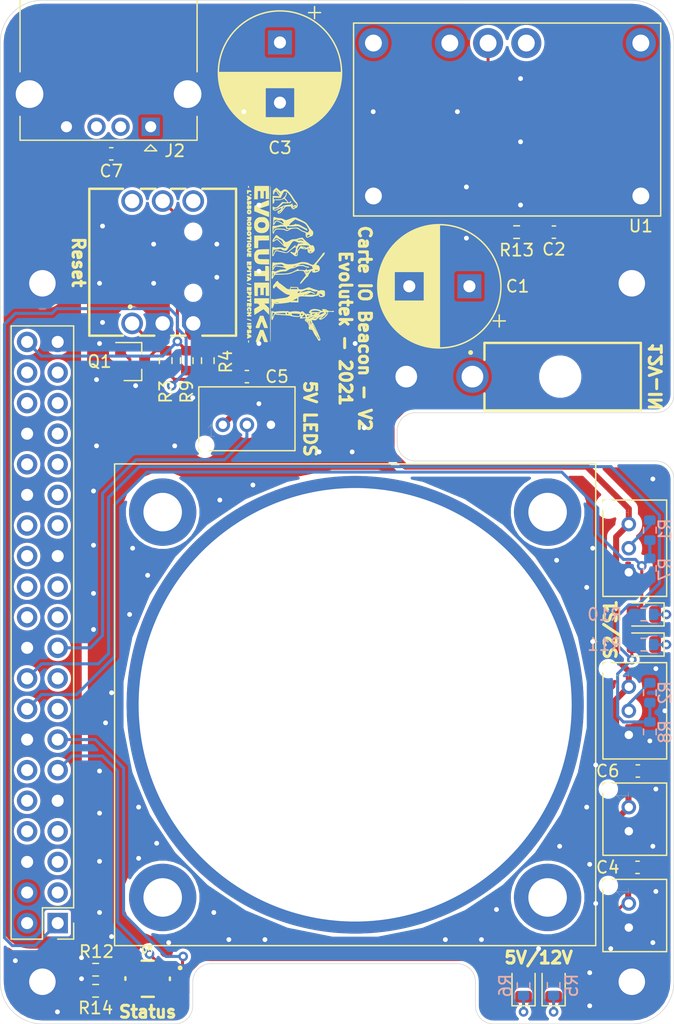
<source format=kicad_pcb>
(kicad_pcb (version 20171130) (host pcbnew "(5.1.8)-1")
  (layers (0 F.Cu signal hide) (31 B.Cu signal hide) (34 B.Paste user) (35 F.Paste user) (36 B.SilkS user) (37 F.SilkS user) (38 B.Mask user) (39 F.Mask user) (44 Edge.Cuts user))
  (net 0 "")
  (net 1 GND)
  (net 2 +12V)
  (net 3 +5V)
  (net 4 "Net-(D1-Pad1)")
  (net 5 "Net-(D2-Pad1)")
  (net 6 /SENSOR1)
  (net 7 "Net-(D3-Pad1)")
  (net 8 "Net-(D4-Pad1)")
  (net 9 /SENSOR2)
  (net 10 "Net-(D5-Pad4)")
  (net 11 /LGREEN)
  (net 12 /LRED)
  (net 13 "Net-(D5-Pad3)")
  (net 14 /~RST)
  (net 15 +3V3)
  (net 16 /LEDS)
  (net 17 "Net-(Q1-Pad1)")
  (net 18 "Net-(Q1-Pad3)")
  (net 19 "Net-(R1-Pad1)")
  (net 20 "Net-(R2-Pad1)")
  (net 21 "Net-(R13-Pad1)")
  (module ComponentsEvo:Texas_EUW_R-PDSS-T7_THT (layer F.Cu) (at 100.25 57.25 180)
    (fp_text reference U1 (at 0 -2.5) (layer F.SilkS))
    (fp_text value PTN78060W_EUW-7)
    (pad 7 thru_hole circle (at 22.23 0 180) (size 2.5 2.5) (drill 1.4) (layers *.Cu *.Mask) (net 1 GND))
    (pad 6 thru_hole circle (at 22.23 12.7 180) (size 2.5 2.5) (drill 1.4) (layers *.Cu *.Mask) (net 3 +5V))
    (pad 5 thru_hole circle (at 15.88 12.7 180) (size 2.5 2.5) (drill 1.4) (layers *.Cu *.Mask) (net 3 +5V))
    (pad 4 thru_hole circle (at 12.7 12.7 180) (size 2.5 2.5) (drill 1.4) (layers *.Cu *.Mask) (net 21 "Net-(R13-Pad1)"))
    (pad 1 thru_hole roundrect (at 0 0 180) (size 2.5 2.5) (drill 1.4) (layers *.Cu *.Mask) (net 1 GND))
    (pad 2 thru_hole circle (at 0 12.7 180) (size 2.5 2.5) (drill 1.4) (layers *.Cu *.Mask) (net 2 +12V))
    (pad 3 thru_hole circle (at 9.52 12.7 180) (size 2.5 2.5) (drill 1.4) (layers *.Cu *.Mask))
  )
  (module ComponentsEvo:USB_A_CONNFLY_DS1095-WNR0 (layer F.Cu) (at 59.5 51.5 180)
    (fp_text reference J2 (at -2 -2) (layer F.SilkS))
    (fp_text value USB_A)
    (pad 4 thru_hole circle (at 7 0 180) (size 1.524 1.524) (drill 0.92) (layers *.Cu *.Mask) (net 1 GND))
    (pad 3 thru_hole circle (at 4.5 0 180) (size 1.524 1.524) (drill 0.92) (layers *.Cu *.Mask))
    (pad 2 thru_hole circle (at 2.5 0 180) (size 1.524 1.524) (drill 0.92) (layers *.Cu *.Mask))
    (pad 1 thru_hole rect (at 0 0 180) (size 1.524 1.524) (drill 0.92) (layers *.Cu *.Mask) (net 3 +5V))
    (pad 5 thru_hole circle (at -3.07 2.71 180) (size 3.5 3.5) (drill 2.3) (layers *.Cu *.Mask) (net 1 GND))
    (pad 5 thru_hole circle (at 10.07 2.71 180) (size 3.5 3.5) (drill 2.3) (layers *.Cu *.Mask) (net 1 GND))
  )
  (module ComponentsEvo:logo-evo-min (layer F.Cu) (at 71.25 63 270)
    (fp_text reference G*** hide)
    (fp_text value LOGO hide)
  )
  (module ComponentsEvo:ShieldRaspberryPiWithOldHeader (layer F.Cu) (at 50.5 93.5)
    (fp_text reference J1 hide)
    (fp_text value Conn_02x20_Odd_Even)
    (pad 31 thru_hole oval (at 1.27 -13.97 180) (size 1.7 1.7) (drill 1) (layers *.Cu *.Mask))
    (pad 2 thru_hole oval (at -1.27 24.13 180) (size 1.7 1.7) (drill 1) (layers *.Cu *.Mask) (net 3 +5V))
    (pad 21 thru_hole oval (at 1.27 -1.27 180) (size 1.7 1.7) (drill 1) (layers *.Cu *.Mask))
    (pad 25 thru_hole oval (at 1.27 -6.35 180) (size 1.7 1.7) (drill 1) (layers *.Cu *.Mask) (net 1 GND))
    (pad 16 thru_hole oval (at -1.27 6.35 180) (size 1.7 1.7) (drill 1) (layers *.Cu *.Mask) (net 6 /SENSOR1))
    (pad 33 thru_hole oval (at 1.27 -16.51 180) (size 1.7 1.7) (drill 1) (layers *.Cu *.Mask))
    (pad 36 thru_hole oval (at -1.27 -19.05 180) (size 1.7 1.7) (drill 1) (layers *.Cu *.Mask))
    (pad 40 thru_hole oval (at -1.27 -24.13 180) (size 1.7 1.7) (drill 1) (layers *.Cu *.Mask) (net 14 /~RST))
    (pad 15 thru_hole oval (at 1.27 6.35 180) (size 1.7 1.7) (drill 1) (layers *.Cu *.Mask))
    (pad 13 thru_hole oval (at 1.27 8.89 180) (size 1.7 1.7) (drill 1) (layers *.Cu *.Mask) (net 11 /LGREEN))
    (pad 28 thru_hole oval (at -1.27 -8.89 180) (size 1.7 1.7) (drill 1) (layers *.Cu *.Mask))
    (pad 26 thru_hole oval (at -1.27 -6.35 180) (size 1.7 1.7) (drill 1) (layers *.Cu *.Mask))
    (pad 23 thru_hole oval (at 1.27 -3.81 180) (size 1.7 1.7) (drill 1) (layers *.Cu *.Mask))
    (pad 5 thru_hole oval (at 1.27 19.05 180) (size 1.7 1.7) (drill 1) (layers *.Cu *.Mask))
    (pad 7 thru_hole oval (at 1.27 16.51 180) (size 1.7 1.7) (drill 1) (layers *.Cu *.Mask))
    (pad 14 thru_hole oval (at -1.27 8.89 180) (size 1.7 1.7) (drill 1) (layers *.Cu *.Mask) (net 1 GND))
    (pad 18 thru_hole oval (at -1.27 3.81 180) (size 1.7 1.7) (drill 1) (layers *.Cu *.Mask) (net 9 /SENSOR2))
    (pad 8 thru_hole oval (at -1.27 16.51 180) (size 1.7 1.7) (drill 1) (layers *.Cu *.Mask))
    (pad 1 thru_hole rect (at 1.27 24.13 180) (size 1.7 1.7) (drill 1) (layers *.Cu *.Mask) (net 15 +3V3))
    (pad 11 thru_hole oval (at 1.27 11.43 180) (size 1.7 1.7) (drill 1) (layers *.Cu *.Mask) (net 12 /LRED))
    (pad 27 thru_hole oval (at 1.27 -8.89 180) (size 1.7 1.7) (drill 1) (layers *.Cu *.Mask))
    (pad 20 thru_hole oval (at -1.27 1.27 180) (size 1.7 1.7) (drill 1) (layers *.Cu *.Mask) (net 1 GND))
    (pad 9 thru_hole oval (at 1.27 13.97 180) (size 1.7 1.7) (drill 1) (layers *.Cu *.Mask) (net 1 GND))
    (pad 30 thru_hole oval (at -1.27 -11.43 180) (size 1.7 1.7) (drill 1) (layers *.Cu *.Mask) (net 1 GND))
    (pad 32 thru_hole oval (at -1.27 -13.97 180) (size 1.7 1.7) (drill 1) (layers *.Cu *.Mask))
    (pad 3 thru_hole oval (at 1.27 21.59 180) (size 1.7 1.7) (drill 1) (layers *.Cu *.Mask))
    (pad 12 thru_hole oval (at -1.27 11.43 180) (size 1.7 1.7) (drill 1) (layers *.Cu *.Mask))
    (pad 29 thru_hole oval (at 1.27 -11.43 180) (size 1.7 1.7) (drill 1) (layers *.Cu *.Mask))
    (pad 34 thru_hole oval (at -1.27 -16.51 180) (size 1.7 1.7) (drill 1) (layers *.Cu *.Mask) (net 1 GND))
    (pad 37 thru_hole oval (at 1.27 -21.59 180) (size 1.7 1.7) (drill 1) (layers *.Cu *.Mask))
    (pad 6 thru_hole oval (at -1.27 19.05 180) (size 1.7 1.7) (drill 1) (layers *.Cu *.Mask) (net 1 GND))
    (pad 22 thru_hole oval (at -1.27 -1.27 180) (size 1.7 1.7) (drill 1) (layers *.Cu *.Mask))
    (pad 38 thru_hole oval (at -1.27 -21.59 180) (size 1.7 1.7) (drill 1) (layers *.Cu *.Mask))
    (pad 39 thru_hole oval (at 1.27 -24.13 180) (size 1.7 1.7) (drill 1) (layers *.Cu *.Mask) (net 1 GND))
    (pad 35 thru_hole oval (at 1.27 -19.05 180) (size 1.7 1.7) (drill 1) (layers *.Cu *.Mask))
    (pad 24 thru_hole oval (at -1.27 -3.81 180) (size 1.7 1.7) (drill 1) (layers *.Cu *.Mask))
    (pad 4 thru_hole oval (at -1.27 21.59 180) (size 1.7 1.7) (drill 1) (layers *.Cu *.Mask) (net 3 +5V))
    (pad 10 thru_hole oval (at -1.27 13.97 180) (size 1.7 1.7) (drill 1) (layers *.Cu *.Mask))
    (pad 19 thru_hole oval (at 1.27 1.27 180) (size 1.7 1.7) (drill 1) (layers *.Cu *.Mask) (net 16 /LEDS))
    (pad 17 thru_hole oval (at 1.27 3.81 180) (size 1.7 1.7) (drill 1) (layers *.Cu *.Mask))
    (pad "" thru_hole circle (at 0 29) (size 3.8 3.8) (drill 2.2) (layers *.Cu *.Mask) (net 1 GND))
    (pad "" thru_hole circle (at 0 -29) (size 3.8 3.8) (drill 2.2) (layers *.Cu *.Mask) (net 1 GND))
    (pad "" thru_hole circle (at 49 -29) (size 3.8 3.8) (drill 2.2) (layers *.Cu *.Mask) (net 1 GND))
    (pad "" thru_hole circle (at 49 29) (size 3.8 3.8) (drill 2.2) (layers *.Cu *.Mask) (net 1 GND))
  )
  (module ComponentsEvo:40x40x10_DC_FAN (layer F.Cu) (at 76.5 99.5 270)
    (fp_text reference REF** hide)
    (fp_text value 40x40x10_DC_FAN)
    (pad "" np_thru_hole circle (at 0 0 270) (size 38 38) (drill 36) (layers *.Cu *.Mask))
    (pad "" np_thru_hole circle (at 16 -16 270) (size 5.6 5.6) (drill 3.2) (layers *.Cu *.Mask))
    (pad "" np_thru_hole circle (at -16 16 270) (size 5.6 5.6) (drill 3.2) (layers *.Cu *.Mask))
    (pad "" np_thru_hole circle (at 16 16 270) (size 5.6 5.6) (drill 3.2) (layers *.Cu *.Mask))
    (pad "" np_thru_hole circle (at -16 -16 270) (size 5.6 5.6) (drill 3.2) (layers *.Cu *.Mask))
  )
  (module ConnectorsEvo:649002227222 (layer F.Cu) (at 93.75 72.25 90)
    (fp_text reference 12V-Battery1 hide)
    (fp_text value Conn_01x02_Male)
    (pad None np_thru_hole circle (at 0 -0.2 90) (size 3 3) (drill 3) (layers *.Cu *.Mask))
    (pad 2 thru_hole circle (at 0 -13 90) (size 2.7 2.7) (drill 1.8) (layers *.Cu *.Mask) (net 1 GND))
    (pad 1 thru_hole circle (at 0 -7.5 90) (size 2.7 2.7) (drill 1.8) (layers *.Cu *.Mask) (net 2 +12V))
  )
  (module Capacitor_THT:CP_Radial_D10.0mm_P5.00mm (layer F.Cu) (at 86 64.75 180)
    (fp_text reference C1 (at -4 0) (layer F.SilkS))
    (fp_text value 330uF)
    (pad 1 thru_hole rect (at 0 0 180) (size 2 2) (drill 1) (layers *.Cu *.Mask) (net 2 +12V))
    (pad 2 thru_hole circle (at 5 0 180) (size 2 2) (drill 1) (layers *.Cu *.Mask) (net 1 GND))
  )
  (module Capacitor_SMD:C_0603_1608Metric (layer F.Cu) (at 93.025 60.25 180)
    (fp_text reference C2 (at 0 -1.43) (layer F.SilkS))
    (fp_text value 2.2uF)
    (pad 2 smd roundrect (at 0.775 0 180) (size 0.9 0.95) (layers F.Cu F.Paste F.Mask) (net 1 GND))
    (pad 1 smd roundrect (at -0.775 0 180) (size 0.9 0.95) (layers F.Cu F.Paste F.Mask) (net 2 +12V))
  )
  (module Capacitor_THT:CP_Radial_D10.0mm_P5.00mm (layer F.Cu) (at 70.25 44.5 270)
    (fp_text reference C3 (at 8.75 0 180) (layer F.SilkS))
    (fp_text value 330uF)
    (pad 2 thru_hole circle (at 5 0 270) (size 2 2) (drill 1) (layers *.Cu *.Mask) (net 1 GND))
    (pad 1 thru_hole rect (at 0 0 270) (size 2 2) (drill 1) (layers *.Cu *.Mask) (net 3 +5V))
  )
  (module Capacitor_SMD:C_0603_1608Metric (layer F.Cu) (at 99.975 113)
    (fp_text reference C4 (at -2.475 0) (layer F.SilkS))
    (fp_text value 1uF)
    (pad 1 smd roundrect (at -0.775 0) (size 0.9 0.95) (layers F.Cu F.Paste F.Mask) (net 2 +12V))
    (pad 2 smd roundrect (at 0.775 0) (size 0.9 0.95) (layers F.Cu F.Paste F.Mask) (net 1 GND))
  )
  (module Capacitor_SMD:C_0603_1608Metric (layer F.Cu) (at 67.5 72.25)
    (fp_text reference C5 (at 2.5 0) (layer F.SilkS))
    (fp_text value 1uF)
    (pad 1 smd roundrect (at -0.775 0) (size 0.9 0.95) (layers F.Cu F.Paste F.Mask) (net 3 +5V))
    (pad 2 smd roundrect (at 0.775 0) (size 0.9 0.95) (layers F.Cu F.Paste F.Mask) (net 1 GND))
  )
  (module Capacitor_SMD:C_0603_1608Metric (layer F.Cu) (at 100 105)
    (fp_text reference C6 (at -2.5 0 180) (layer F.SilkS))
    (fp_text value 4.7uF)
    (pad 1 smd roundrect (at -0.775 0) (size 0.9 0.95) (layers F.Cu F.Paste F.Mask) (net 2 +12V))
    (pad 2 smd roundrect (at 0.775 0) (size 0.9 0.95) (layers F.Cu F.Paste F.Mask) (net 1 GND))
  )
  (module Capacitor_SMD:C_0603_1608Metric (layer F.Cu) (at 56.225 53.75 180)
    (fp_text reference C7 (at 0 -1.43) (layer F.SilkS))
    (fp_text value 4.7uF)
    (pad 2 smd roundrect (at 0.775 0 180) (size 0.9 0.95) (layers F.Cu F.Paste F.Mask) (net 1 GND))
    (pad 1 smd roundrect (at -0.775 0 180) (size 0.9 0.95) (layers F.Cu F.Paste F.Mask) (net 3 +5V))
  )
  (module LED_SMD:LED_0805_2012Metric (layer F.Cu) (at 93 122.8125 90)
    (fp_text reference D1 hide)
    (fp_text value RED)
    (pad 1 smd roundrect (at -0.9375 0 90) (size 0.975 1.4) (layers F.Cu F.Paste F.Mask) (net 4 "Net-(D1-Pad1)"))
    (pad 2 smd roundrect (at 0.9375 0 90) (size 0.975 1.4) (layers F.Cu F.Paste F.Mask) (net 2 +12V))
  )
  (module LED_SMD:LED_0805_2012Metric (layer F.Cu) (at 90.5 122.8125 90)
    (fp_text reference D2 hide)
    (fp_text value RED)
    (pad 2 smd roundrect (at 0.9375 0 90) (size 0.975 1.4) (layers F.Cu F.Paste F.Mask) (net 3 +5V))
    (pad 1 smd roundrect (at -0.9375 0 90) (size 0.975 1.4) (layers F.Cu F.Paste F.Mask) (net 5 "Net-(D2-Pad1)"))
  )
  (module LED_SMD:LED_0805_2012Metric (layer F.Cu) (at 100.5 92 180)
    (fp_text reference D3 hide)
    (fp_text value GREEN)
    (pad 2 smd roundrect (at 0.9375 0 180) (size 0.975 1.4) (layers F.Cu F.Paste F.Mask) (net 6 /SENSOR1))
    (pad 1 smd roundrect (at -0.9375 0 180) (size 0.975 1.4) (layers F.Cu F.Paste F.Mask) (net 7 "Net-(D3-Pad1)"))
  )
  (module LED_SMD:LED_0805_2012Metric (layer F.Cu) (at 100.5 94.5 180)
    (fp_text reference D4 hide)
    (fp_text value GREEN)
    (pad 1 smd roundrect (at -0.9375 0 180) (size 0.975 1.4) (layers F.Cu F.Paste F.Mask) (net 8 "Net-(D4-Pad1)"))
    (pad 2 smd roundrect (at 0.9375 0 180) (size 0.975 1.4) (layers F.Cu F.Paste F.Mask) (net 9 /SENSOR2))
  )
  (module ComponentsEvo:WL-SBTW_3528 (layer F.Cu) (at 59.25 122.25)
    (fp_text reference D5 (at -0.04 -2.3448) (layer F.SilkS) (effects (font (size 0.48 0.48) (thickness 0.12))))
    (fp_text value LED_Dual_AACC)
    (pad 4 smd rect (at -1.55 0.85) (size 1.5 0.9) (layers F.Cu F.Paste F.Mask) (net 10 "Net-(D5-Pad4)"))
    (pad 2 smd rect (at 1.55 0.85) (size 1.5 0.9) (layers F.Cu F.Paste F.Mask) (net 11 /LGREEN))
    (pad 1 smd rect (at 1.55 -0.85) (size 1.5 0.9) (layers F.Cu F.Paste F.Mask) (net 12 /LRED))
    (pad 3 smd rect (at -1.55 -0.85) (size 1.5 0.9) (layers F.Cu F.Paste F.Mask) (net 13 "Net-(D5-Pad3)"))
  )
  (module ConnectorsEvo:B02B-PASK (layer F.Cu) (at 99.25 117 90)
    (fp_text reference J3 hide)
    (fp_text value Conn_01x02_Male)
    (fp_text user 1 (at 1.968 -0.5 90) (layer F.SilkS) (effects (font (thickness 0.015))))
    (pad 1 thru_hole circle (at 1 0 90) (size 1.208 1.208) (drill 0.7) (layers *.Cu *.Mask B.Adhes) (net 2 +12V))
    (pad 2 thru_hole circle (at -1 0 90) (size 1.208 1.208) (drill 0.7) (layers *.Cu *.Mask) (net 1 GND))
    (pad None np_thru_hole circle (at 2.5 -1.7 90) (size 1.1 1.1) (drill 1.1) (layers *.Cu *.Mask))
  )
  (module ConnectorsEvo:B02B-PASK (layer F.Cu) (at 99.25 109 90)
    (fp_text reference J4 hide)
    (fp_text value Conn_01x02_Male)
    (fp_text user 1 (at 1.968 -0.5 90) (layer F.SilkS) (effects (font (thickness 0.015))))
    (pad None np_thru_hole circle (at 2.5 -1.7 90) (size 1.1 1.1) (drill 1.1) (layers *.Cu *.Mask))
    (pad 2 thru_hole circle (at -1 0 90) (size 1.208 1.208) (drill 0.7) (layers *.Cu *.Mask) (net 1 GND))
    (pad 1 thru_hole circle (at 1 0 90) (size 1.208 1.208) (drill 0.7) (layers *.Cu *.Mask B.Adhes) (net 2 +12V))
  )
  (module ConnectorsEvo:B03B-PASK (layer F.Cu) (at 67.5 76.25 180)
    (fp_text reference J5 hide)
    (fp_text value Conn_01x03_Male)
    (fp_text user 1 (at 2.968 -0.5) (layer F.SilkS) (effects (font (thickness 0.015))))
    (pad None np_thru_hole circle (at 3.5 -1.7 180) (size 1.1 1.1) (drill 1.1) (layers *.Cu *.Mask))
    (pad 3 thru_hole circle (at -2 0 180) (size 1.208 1.208) (drill 0.7) (layers *.Cu *.Mask) (net 1 GND))
    (pad 2 thru_hole circle (at 0 0 180) (size 1.208 1.208) (drill 0.7) (layers *.Cu *.Mask) (net 16 /LEDS))
    (pad 1 thru_hole circle (at 2 0 180) (size 1.208 1.208) (drill 0.7) (layers *.Cu *.Mask) (net 3 +5V))
  )
  (module Package_TO_SOT_SMD:SOT-23 (layer F.Cu) (at 58 71)
    (fp_text reference Q1 (at -2.75 0) (layer F.SilkS))
    (fp_text value Q_NMOS_GSD)
    (pad 1 smd rect (at -1 -0.95) (size 0.9 0.8) (layers F.Cu F.Paste F.Mask) (net 17 "Net-(Q1-Pad1)"))
    (pad 2 smd rect (at -1 0.95) (size 0.9 0.8) (layers F.Cu F.Paste F.Mask) (net 1 GND))
    (pad 3 smd rect (at 1 0) (size 0.9 0.8) (layers F.Cu F.Paste F.Mask) (net 18 "Net-(Q1-Pad3)"))
  )
  (module Resistor_SMD:R_0603_1608Metric (layer B.Cu) (at 101 85 270)
    (fp_text reference R1 (at 0 -1.25 90) (layer B.SilkS) (effects (justify mirror)))
    (fp_text value 510)
    (pad 2 smd roundrect (at 0.825 0 270) (size 0.8 0.95) (layers B.Cu B.Paste B.Mask) (net 6 /SENSOR1))
    (pad 1 smd roundrect (at -0.825 0 270) (size 0.8 0.95) (layers B.Cu B.Paste B.Mask) (net 19 "Net-(R1-Pad1)"))
  )
  (module Resistor_SMD:R_0603_1608Metric (layer B.Cu) (at 101 98.5 270)
    (fp_text reference R2 (at 0 -1.25 90) (layer B.SilkS) (effects (justify mirror)))
    (fp_text value 510)
    (pad 1 smd roundrect (at -0.825 0 270) (size 0.8 0.95) (layers B.Cu B.Paste B.Mask) (net 20 "Net-(R2-Pad1)"))
    (pad 2 smd roundrect (at 0.825 0 270) (size 0.8 0.95) (layers B.Cu B.Paste B.Mask) (net 9 /SENSOR2))
  )
  (module Resistor_SMD:R_0603_1608Metric (layer F.Cu) (at 60.75 70.925 90)
    (fp_text reference R3 (at -2.575 0 90) (layer F.SilkS))
    (fp_text value 68)
    (pad 1 smd roundrect (at -0.825 0 90) (size 0.8 0.95) (layers F.Cu F.Paste F.Mask) (net 15 +3V3))
    (pad 2 smd roundrect (at 0.825 0 90) (size 0.8 0.95) (layers F.Cu F.Paste F.Mask) (net 18 "Net-(Q1-Pad3)"))
  )
  (module Resistor_SMD:R_0603_1608Metric (layer F.Cu) (at 64.25 70.925 90)
    (fp_text reference R4 (at -0.075 1.5 90) (layer F.SilkS))
    (fp_text value 10K)
    (pad 2 smd roundrect (at 0.825 0 90) (size 0.8 0.95) (layers F.Cu F.Paste F.Mask) (net 14 /~RST))
    (pad 1 smd roundrect (at -0.825 0 90) (size 0.8 0.95) (layers F.Cu F.Paste F.Mask) (net 15 +3V3))
  )
  (module Resistor_SMD:R_0603_1608Metric (layer B.Cu) (at 93 122.8125 90)
    (fp_text reference R5 (at 0 1.5 90) (layer B.SilkS) (effects (justify mirror)))
    (fp_text value 510)
    (pad 2 smd roundrect (at 0.825 0 90) (size 0.8 0.95) (layers B.Cu B.Paste B.Mask) (net 1 GND))
    (pad 1 smd roundrect (at -0.825 0 90) (size 0.8 0.95) (layers B.Cu B.Paste B.Mask) (net 4 "Net-(D1-Pad1)"))
  )
  (module Resistor_SMD:R_0603_1608Metric (layer B.Cu) (at 90.5 122.825 90)
    (fp_text reference R6 (at 0 -1.5 90) (layer B.SilkS) (effects (justify mirror)))
    (fp_text value 150)
    (pad 1 smd roundrect (at -0.825 0 90) (size 0.8 0.95) (layers B.Cu B.Paste B.Mask) (net 5 "Net-(D2-Pad1)"))
    (pad 2 smd roundrect (at 0.825 0 90) (size 0.8 0.95) (layers B.Cu B.Paste B.Mask) (net 1 GND))
  )
  (module Resistor_SMD:R_0603_1608Metric (layer B.Cu) (at 101 88.175 270)
    (fp_text reference R7 (at 0.075 -1.25 270) (layer B.SilkS) (effects (justify mirror)))
    (fp_text value 150)
    (pad 1 smd roundrect (at -0.825 0 270) (size 0.8 0.95) (layers B.Cu B.Paste B.Mask) (net 6 /SENSOR1))
    (pad 2 smd roundrect (at 0.825 0 270) (size 0.8 0.95) (layers B.Cu B.Paste B.Mask) (net 1 GND))
  )
  (module Resistor_SMD:R_0603_1608Metric (layer B.Cu) (at 101 101.75 270)
    (fp_text reference R8 (at 0 -1.25 270) (layer B.SilkS) (effects (justify mirror)))
    (fp_text value 150)
    (pad 2 smd roundrect (at 0.825 0 270) (size 0.8 0.95) (layers B.Cu B.Paste B.Mask) (net 1 GND))
    (pad 1 smd roundrect (at -0.825 0 270) (size 0.8 0.95) (layers B.Cu B.Paste B.Mask) (net 9 /SENSOR2))
  )
  (module Resistor_SMD:R_0603_1608Metric (layer F.Cu) (at 62.5 70.925 270)
    (fp_text reference R9 (at 2.575 0 90) (layer F.SilkS))
    (fp_text value 68)
    (pad 2 smd roundrect (at 0.825 0 270) (size 0.8 0.95) (layers F.Cu F.Paste F.Mask) (net 17 "Net-(Q1-Pad1)"))
    (pad 1 smd roundrect (at -0.825 0 270) (size 0.8 0.95) (layers F.Cu F.Paste F.Mask) (net 14 /~RST))
  )
  (module Resistor_SMD:R_0603_1608Metric (layer B.Cu) (at 100.5 92 180)
    (fp_text reference R10 (at 3.25 0) (layer B.SilkS) (effects (justify mirror)))
    (fp_text value 68)
    (pad 1 smd roundrect (at -0.825 0 180) (size 0.8 0.95) (layers B.Cu B.Paste B.Mask) (net 7 "Net-(D3-Pad1)"))
    (pad 2 smd roundrect (at 0.825 0 180) (size 0.8 0.95) (layers B.Cu B.Paste B.Mask) (net 1 GND))
  )
  (module Resistor_SMD:R_0603_1608Metric (layer B.Cu) (at 100.5 94.5 180)
    (fp_text reference R11 (at 3.25 0) (layer B.SilkS) (effects (justify mirror)))
    (fp_text value 68)
    (pad 2 smd roundrect (at 0.825 0 180) (size 0.8 0.95) (layers B.Cu B.Paste B.Mask) (net 1 GND))
    (pad 1 smd roundrect (at -0.825 0 180) (size 0.8 0.95) (layers B.Cu B.Paste B.Mask) (net 8 "Net-(D4-Pad1)"))
  )
  (module Resistor_SMD:R_0603_1608Metric (layer F.Cu) (at 54.925 121.5 180)
    (fp_text reference R12 (at -0.075 1.5) (layer F.SilkS))
    (fp_text value 100)
    (pad 1 smd roundrect (at -0.825 0 180) (size 0.8 0.95) (layers F.Cu F.Paste F.Mask) (net 13 "Net-(D5-Pad3)"))
    (pad 2 smd roundrect (at 0.825 0 180) (size 0.8 0.95) (layers F.Cu F.Paste F.Mask) (net 1 GND))
  )
  (module Resistor_SMD:R_0603_1608Metric (layer F.Cu) (at 89.925 60.25)
    (fp_text reference R13 (at 0 1.5) (layer F.SilkS))
    (fp_text value 21K)
    (pad 1 smd roundrect (at -0.825 0) (size 0.8 0.95) (layers F.Cu F.Paste F.Mask) (net 21 "Net-(R13-Pad1)"))
    (pad 2 smd roundrect (at 0.825 0) (size 0.8 0.95) (layers F.Cu F.Paste F.Mask) (net 1 GND))
  )
  (module Resistor_SMD:R_0603_1608Metric (layer F.Cu) (at 54.925 123.25 180)
    (fp_text reference R14 (at 0 -1.43) (layer F.SilkS))
    (fp_text value 100)
    (pad 2 smd roundrect (at 0.825 0 180) (size 0.8 0.95) (layers F.Cu F.Paste F.Mask) (net 1 GND))
    (pad 1 smd roundrect (at -0.825 0 180) (size 0.8 0.95) (layers F.Cu F.Paste F.Mask) (net 10 "Net-(D5-Pad4)"))
  )
  (module ComponentsEvo:440YS67082622 (layer F.Cu) (at 60.5 62.75 90)
    (fp_text reference S1 hide)
    (fp_text value WS-TATL_Switch_12x12)
    (pad None np_thru_hole circle (at 2.54 2.54 90) (size 1 1) (drill 1) (layers *.Cu *.Mask))
    (pad None np_thru_hole circle (at -2.54 2.54 90) (size 1 1) (drill 1) (layers *.Cu *.Mask))
    (pad 4 thru_hole circle (at 5.08 -2.54 90) (size 1.8 1.8) (drill 1.2) (layers *.Cu *.Mask))
    (pad 1 thru_hole circle (at -5.08 -2.54 90) (size 1.8 1.8) (drill 1.2) (layers *.Cu *.Mask) (net 18 "Net-(Q1-Pad3)"))
    (pad 2 thru_hole circle (at -5.08 2.54 90) (size 1.8 1.8) (drill 1.2) (layers *.Cu *.Mask) (net 1 GND))
    (pad 3 thru_hole circle (at 5.08 2.54 90) (size 1.8 1.8) (drill 1.2) (layers *.Cu *.Mask))
    (pad B thru_hole circle (at 5.08 0 90) (size 1.8 1.8) (drill 1.2) (layers *.Cu *.Mask) (net 14 /~RST))
    (pad A thru_hole circle (at -5.08 0 90) (size 1.8 1.8) (drill 1.2) (layers *.Cu *.Mask) (net 1 GND))
  )
  (module ConnectorsEvo:B03B-PASK (layer F.Cu) (at 99.25 86.5 90)
    (fp_text reference SENSOR1 hide)
    (fp_text value Conn_01x03_Male)
    (fp_text user 1 (at 2.968 -0.5 90) (layer F.SilkS) (effects (font (thickness 0.015))))
    (pad 1 thru_hole circle (at 2 0 90) (size 1.208 1.208) (drill 0.7) (layers *.Cu *.Mask) (net 2 +12V))
    (pad 2 thru_hole circle (at 0 0 90) (size 1.208 1.208) (drill 0.7) (layers *.Cu *.Mask) (net 19 "Net-(R1-Pad1)"))
    (pad 3 thru_hole circle (at -2 0 90) (size 1.208 1.208) (drill 0.7) (layers *.Cu *.Mask) (net 1 GND))
    (pad None np_thru_hole circle (at 3.5 -1.7 90) (size 1.1 1.1) (drill 1.1) (layers *.Cu *.Mask))
  )
  (module ConnectorsEvo:B03B-PASK (layer F.Cu) (at 99.25 100 90)
    (fp_text reference SENSOR2 hide)
    (fp_text value Conn_01x03_Male)
    (fp_text user 1 (at 2.968 -0.5 90) (layer F.SilkS) (effects (font (thickness 0.015))))
    (pad None np_thru_hole circle (at 3.5 -1.7 90) (size 1.1 1.1) (drill 1.1) (layers *.Cu *.Mask))
    (pad 3 thru_hole circle (at -2 0 90) (size 1.208 1.208) (drill 0.7) (layers *.Cu *.Mask) (net 1 GND))
    (pad 2 thru_hole circle (at 0 0 90) (size 1.208 1.208) (drill 0.7) (layers *.Cu *.Mask) (net 20 "Net-(R2-Pad1)"))
    (pad 1 thru_hole circle (at 2 0 90) (size 1.208 1.208) (drill 0.7) (layers *.Cu *.Mask) (net 2 +12V))
  )
  (gr_text 12V-IN (at 101.5 72.25 90) (layer F.SilkS) (effects (font (size 1 1) (thickness 0.25)) (justify mirror)))
  (gr_text "5V LEDS" (at 72.75 75.75 270) (layer F.SilkS) (effects (font (size 1 1) (thickness 0.25))))
  (gr_text "Carte IO Beacon - V2\nEvolutek - 2021" (at 76.5 68.25 270) (layer F.SilkS) (effects (font (size 1 1) (thickness 0.25))))
  (gr_text Reset (at 53.5 62.75 270) (layer F.SilkS) (effects (font (size 1 1) (thickness 0.25))))
  (gr_text Status (at 59.25 125) (layer F.SilkS) (effects (font (size 1 1) (thickness 0.25))))
  (gr_text 5V/12V (at 91.75 120.5) (layer F.SilkS) (effects (font (size 1 1) (thickness 0.25))))
  (gr_text S2/S1 (at 97.75 93.25 90) (layer F.SilkS) (effects (font (size 1 1) (thickness 0.25))))
  (gr_line (start 47 44.5) (end 47 122.5) (layer Edge.Cuts) (width 0.05))
  (gr_arc (start 50.5 44.5) (end 50.5 41) (angle -90) (layer Edge.Cuts) (width 0.05))
  (gr_line (start 99.5 41) (end 50.5 41) (layer Edge.Cuts) (width 0.05))
  (gr_arc (start 99.5 44.5) (end 103 44.5) (angle -90) (layer Edge.Cuts) (width 0.05))
  (gr_line (start 103 73.75) (end 103 44.5) (layer Edge.Cuts) (width 0.05))
  (gr_arc (start 101.5 73.75) (end 101.5 75.25) (angle -90) (layer Edge.Cuts) (width 0.05))
  (gr_line (start 81.5 75.25) (end 101.5 75.25) (layer Edge.Cuts) (width 0.05))
  (gr_line (start 80 76.75) (end 80 77.75) (layer Edge.Cuts) (width 0.05))
  (gr_arc (start 81.5 76.75) (end 81.5 75.25) (angle -90) (layer Edge.Cuts) (width 0.05))
  (gr_arc (start 81.5 77.75) (end 80 77.75) (angle -90) (layer Edge.Cuts) (width 0.05))
  (gr_line (start 101.5 79.25) (end 81.5 79.25) (layer Edge.Cuts) (width 0.05))
  (gr_arc (start 101.5 80.75) (end 103 80.75) (angle -90) (layer Edge.Cuts) (width 0.05))
  (gr_line (start 103 122.5) (end 103 80.75) (layer Edge.Cuts) (width 0.05))
  (gr_line (start 99.5 126) (end 88 126) (layer Edge.Cuts) (width 0.05))
  (gr_arc (start 99.5 122.5) (end 99.5 126) (angle -90) (layer Edge.Cuts) (width 0.05))
  (gr_arc (start 88 124.5) (end 86.5 124.5) (angle -90) (layer Edge.Cuts) (width 0.05))
  (gr_line (start 86.5 122.5) (end 86.5 124.5) (layer Edge.Cuts) (width 0.05))
  (gr_arc (start 85 122.5) (end 86.5 122.5) (angle -90) (layer Edge.Cuts) (width 0.05))
  (gr_line (start 64.5 121) (end 85 121) (layer Edge.Cuts) (width 0.05))
  (gr_arc (start 64.5 122.5) (end 64.5 121) (angle -90) (layer Edge.Cuts) (width 0.05))
  (gr_line (start 63 124.5) (end 63 122.5) (layer Edge.Cuts) (width 0.05))
  (gr_arc (start 61.5 124.5) (end 61.5 126) (angle -90) (layer Edge.Cuts) (width 0.05))
  (gr_line (start 50.5 126) (end 61.5 126) (layer Edge.Cuts) (width 0.05))
  (gr_arc (start 50.5 122.5) (end 47 122.5) (angle -90) (layer Edge.Cuts) (width 0.05))
  (via (at 101 102.5) (size 0.8) (drill 0.4) (layers F.Cu B.Cu) (net 1))
  (segment (start 90.75 60.25) (end 92.25 60.25) (width 0.5) (layer F.Cu) (net 1))
  (segment (start 52.5 52.75) (end 52.5 51.5) (width 0.5) (layer F.Cu) (net 1))
  (segment (start 53.5 53.75) (end 52.5 52.75) (width 0.5) (layer F.Cu) (net 1))
  (segment (start 55.45 53.75) (end 53.5 53.75) (width 0.5) (layer F.Cu) (net 1))
  (via (at 56.25 118.75) (size 0.8) (drill 0.4) (layers F.Cu B.Cu) (net 1))
  (via (at 61 119.25) (size 0.8) (drill 0.4) (layers F.Cu B.Cu) (net 1))
  (via (at 69 119) (size 0.8) (drill 0.4) (layers F.Cu B.Cu) (net 1))
  (via (at 66 119) (size 0.8) (drill 0.4) (layers F.Cu B.Cu) (net 1))
  (via (at 84 119) (size 0.8) (drill 0.4) (layers F.Cu B.Cu) (net 1))
  (via (at 87 119) (size 0.8) (drill 0.4) (layers F.Cu B.Cu) (net 1))
  (via (at 91.75 119.75) (size 0.8) (drill 0.4) (layers F.Cu B.Cu) (net 1))
  (via (at 96.5 116) (size 0.8) (drill 0.4) (layers F.Cu B.Cu) (net 1))
  (via (at 96 112.75) (size 0.8) (drill 0.4) (layers F.Cu B.Cu) (net 1))
  (via (at 93.5 111.25) (size 0.8) (drill 0.4) (layers F.Cu B.Cu) (net 1))
  (via (at 95.75 108) (size 0.8) (drill 0.4) (layers F.Cu B.Cu) (net 1))
  (via (at 96.5 104.5) (size 0.8) (drill 0.4) (layers F.Cu B.Cu) (net 1))
  (via (at 96.25 94.25) (size 0.8) (drill 0.4) (layers F.Cu B.Cu) (net 1))
  (via (at 93.25 87.5) (size 0.8) (drill 0.4) (layers F.Cu B.Cu) (net 1))
  (via (at 96.25 86.5) (size 0.8) (drill 0.4) (layers F.Cu B.Cu) (net 1))
  (via (at 95.75 89.75) (size 0.8) (drill 0.4) (layers F.Cu B.Cu) (net 1))
  (via (at 101.5 96.5) (size 0.8) (drill 0.4) (layers F.Cu B.Cu) (net 1))
  (via (at 102.25 100) (size 0.8) (drill 0.4) (layers F.Cu B.Cu) (net 1))
  (via (at 101.5 106.5) (size 0.8) (drill 0.4) (layers F.Cu B.Cu) (net 1))
  (via (at 101.25 111.25) (size 0.8) (drill 0.4) (layers F.Cu B.Cu) (net 1))
  (via (at 101.5 115) (size 0.8) (drill 0.4) (layers F.Cu B.Cu) (net 1))
  (via (at 96 121.75) (size 0.8) (drill 0.4) (layers F.Cu B.Cu) (net 1))
  (via (at 96 124.5) (size 0.8) (drill 0.4) (layers F.Cu B.Cu) (net 1))
  (via (at 101.25 119.25) (size 0.8) (drill 0.4) (layers F.Cu B.Cu) (net 1))
  (via (at 97.75 119.75) (size 0.8) (drill 0.4) (layers F.Cu B.Cu) (net 1))
  (via (at 101.25 80.75) (size 0.8) (drill 0.4) (layers F.Cu B.Cu) (net 1))
  (via (at 48.25 120.75) (size 0.8) (drill 0.4) (layers F.Cu B.Cu) (net 1))
  (via (at 51.75 125) (size 0.8) (drill 0.4) (layers F.Cu B.Cu) (net 1))
  (via (at 63 74) (size 0.8) (drill 0.4) (layers F.Cu B.Cu) (net 1))
  (via (at 55.25 64.5) (size 0.8) (drill 0.4) (layers F.Cu B.Cu) (net 1))
  (via (at 59.75 64.5) (size 0.8) (drill 0.4) (layers F.Cu B.Cu) (net 1))
  (via (at 55.5 59.75) (size 0.8) (drill 0.4) (layers F.Cu B.Cu) (net 1))
  (via (at 59.75 61.25) (size 0.8) (drill 0.4) (layers F.Cu B.Cu) (net 1))
  (via (at 67.25 50.25) (size 0.8) (drill 0.4) (layers F.Cu B.Cu) (net 1))
  (via (at 68.5 58) (size 0.8) (drill 0.4) (layers F.Cu B.Cu) (net 1))
  (via (at 76.5 69.5) (size 0.8) (drill 0.4) (layers F.Cu B.Cu) (net 1))
  (via (at 78 50.25) (size 0.8) (drill 0.4) (layers F.Cu B.Cu) (net 1))
  (via (at 85 50.25) (size 0.8) (drill 0.4) (layers F.Cu B.Cu) (net 1))
  (via (at 85.75 56.5) (size 0.8) (drill 0.4) (layers F.Cu B.Cu) (net 1))
  (via (at 85.75 60.75) (size 0.8) (drill 0.4) (layers F.Cu B.Cu) (net 1))
  (via (at 90.25 58) (size 0.8) (drill 0.4) (layers F.Cu B.Cu) (net 1))
  (via (at 90.25 52.75) (size 0.8) (drill 0.4) (layers F.Cu B.Cu) (net 1))
  (via (at 90.25 47.5) (size 0.8) (drill 0.4) (layers F.Cu B.Cu) (net 1))
  (via (at 73.5 78.5) (size 0.8) (drill 0.4) (layers F.Cu B.Cu) (net 1))
  (via (at 76.25 78.5) (size 0.8) (drill 0.4) (layers F.Cu B.Cu) (net 1))
  (via (at 77.25 76.5) (size 0.8) (drill 0.4) (layers F.Cu B.Cu) (net 1))
  (via (at 58.5 108) (size 0.8) (drill 0.4) (layers F.Cu B.Cu) (net 1))
  (via (at 58.5 112.25) (size 0.8) (drill 0.4) (layers F.Cu B.Cu) (net 1))
  (via (at 60 111) (size 0.8) (drill 0.4) (layers F.Cu B.Cu) (net 1))
  (via (at 64.75 116.75) (size 0.8) (drill 0.4) (layers F.Cu B.Cu) (net 1))
  (via (at 88.25 116.5) (size 0.8) (drill 0.4) (layers F.Cu B.Cu) (net 1))
  (via (at 56.25 98.5) (size 0.8) (drill 0.4) (layers F.Cu B.Cu) (net 1))
  (via (at 55.75 101) (size 0.8) (drill 0.4) (layers F.Cu B.Cu) (net 1))
  (via (at 57.75 92) (size 0.8) (drill 0.4) (layers F.Cu B.Cu) (net 1))
  (via (at 58 86.5) (size 0.8) (drill 0.4) (layers F.Cu B.Cu) (net 1))
  (via (at 59.25 88.75) (size 0.8) (drill 0.4) (layers F.Cu B.Cu) (net 1))
  (via (at 65.25 82.5) (size 0.8) (drill 0.4) (layers F.Cu B.Cu) (net 1))
  (via (at 68 81.25) (size 0.8) (drill 0.4) (layers F.Cu B.Cu) (net 1))
  (via (at 53.75 120.5) (size 0.8) (drill 0.4) (layers F.Cu B.Cu) (net 1))
  (via (at 53.75 122.25) (size 0.8) (drill 0.4) (layers F.Cu B.Cu) (net 1))
  (via (at 55.25 105) (size 0.8) (drill 0.4) (layers F.Cu B.Cu) (net 1))
  (via (at 55.25 108.5) (size 0.8) (drill 0.4) (layers F.Cu B.Cu) (net 1))
  (via (at 55.25 112.5) (size 0.8) (drill 0.4) (layers F.Cu B.Cu) (net 1))
  (via (at 55.25 116.75) (size 0.8) (drill 0.4) (layers F.Cu B.Cu) (net 1))
  (via (at 54.75 90.25) (size 0.8) (drill 0.4) (layers F.Cu B.Cu) (net 1))
  (via (at 54.75 86.25) (size 0.8) (drill 0.4) (layers F.Cu B.Cu) (net 1))
  (via (at 54.75 81.75) (size 0.8) (drill 0.4) (layers F.Cu B.Cu) (net 1))
  (via (at 55 72.5) (size 0.8) (drill 0.4) (layers F.Cu B.Cu) (net 1))
  (via (at 58.25 73) (size 0.8) (drill 0.4) (layers F.Cu B.Cu) (net 1))
  (via (at 61.5 78) (size 0.8) (drill 0.4) (layers F.Cu B.Cu) (net 1))
  (via (at 55 78) (size 0.8) (drill 0.4) (layers F.Cu B.Cu) (net 1))
  (via (at 54.75 93.25) (size 0.8) (drill 0.4) (layers F.Cu B.Cu) (net 1))
  (via (at 68.5 74.5) (size 0.8) (drill 0.4) (layers F.Cu B.Cu) (net 1))
  (via (at 68.5 69.5) (size 0.8) (drill 0.4) (layers F.Cu B.Cu) (net 1))
  (via (at 68.5 63.5) (size 0.8) (drill 0.4) (layers F.Cu B.Cu) (net 1))
  (via (at 55.5 67.75) (size 0.8) (drill 0.4) (layers F.Cu B.Cu) (net 1))
  (via (at 55.25 69.5) (size 0.8) (drill 0.4) (layers F.Cu B.Cu) (net 1))
  (via (at 65 61.25) (size 0.8) (drill 0.4) (layers F.Cu B.Cu) (net 1))
  (via (at 65 64) (size 0.8) (drill 0.4) (layers F.Cu B.Cu) (net 1))
  (segment (start 98.875 116) (end 99.25 116) (width 0.25) (layer F.Cu) (net 2))
  (segment (start 93 121.875) (end 98.875 116) (width 0.25) (layer F.Cu) (net 2))
  (segment (start 84.449999 74.050001) (end 86.25 72.25) (width 0.5) (layer F.Cu) (net 2))
  (segment (start 81.406874 74.050001) (end 84.449999 74.050001) (width 0.5) (layer F.Cu) (net 2))
  (segment (start 79.524962 75.931913) (end 81.406874 74.050001) (width 0.5) (layer F.Cu) (net 2))
  (segment (start 79.524962 78.568085) (end 79.524962 75.931913) (width 0.5) (layer F.Cu) (net 2))
  (segment (start 80.681887 79.72501) (end 79.524962 78.568085) (width 0.5) (layer F.Cu) (net 2))
  (segment (start 95.755012 79.72501) (end 80.681887 79.72501) (width 0.5) (layer F.Cu) (net 2))
  (segment (start 99.25 83.219998) (end 95.755012 79.72501) (width 0.5) (layer F.Cu) (net 2))
  (segment (start 99.25 84.5) (end 99.25 83.219998) (width 0.5) (layer F.Cu) (net 2))
  (segment (start 99.25 96.719998) (end 99.25 98) (width 0.5) (layer F.Cu) (net 2))
  (segment (start 98.195999 95.665997) (end 99.25 96.719998) (width 0.5) (layer F.Cu) (net 2))
  (segment (start 98.195999 85.554001) (end 98.195999 95.665997) (width 0.5) (layer F.Cu) (net 2))
  (segment (start 99.25 84.5) (end 98.195999 85.554001) (width 0.5) (layer F.Cu) (net 2))
  (segment (start 98.195999 103.970999) (end 99.225 105) (width 0.5) (layer F.Cu) (net 2))
  (segment (start 98.195999 99.054001) (end 98.195999 103.970999) (width 0.5) (layer F.Cu) (net 2))
  (segment (start 99.25 98) (end 98.195999 99.054001) (width 0.5) (layer F.Cu) (net 2))
  (segment (start 99.225 107.975) (end 99.25 108) (width 0.5) (layer F.Cu) (net 2))
  (segment (start 99.225 105) (end 99.225 107.975) (width 0.5) (layer F.Cu) (net 2))
  (segment (start 98.195999 111.995999) (end 99.2 113) (width 0.5) (layer F.Cu) (net 2))
  (segment (start 98.195999 109.054001) (end 98.195999 111.995999) (width 0.5) (layer F.Cu) (net 2))
  (segment (start 99.25 108) (end 98.195999 109.054001) (width 0.5) (layer F.Cu) (net 2))
  (segment (start 99.2 115.95) (end 99.25 116) (width 0.5) (layer F.Cu) (net 2))
  (segment (start 99.2 113) (end 99.2 115.95) (width 0.5) (layer F.Cu) (net 2))
  (segment (start 52.725001 121.125001) (end 49.23 117.63) (width 0.25) (layer F.Cu) (net 3))
  (segment (start 53.997 124.84) (end 52.725001 123.568001) (width 0.25) (layer F.Cu) (net 3))
  (segment (start 61.16 124.84) (end 53.997 124.84) (width 0.25) (layer F.Cu) (net 3))
  (segment (start 62.6 123.4) (end 61.16 124.84) (width 0.25) (layer F.Cu) (net 3))
  (segment (start 52.725001 123.568001) (end 52.725001 121.125001) (width 0.25) (layer F.Cu) (net 3))
  (segment (start 62.6 121.780733) (end 62.6 123.4) (width 0.25) (layer F.Cu) (net 3))
  (segment (start 63.730743 120.64999) (end 62.6 121.780733) (width 0.25) (layer F.Cu) (net 3))
  (segment (start 89.27499 120.64999) (end 63.730743 120.64999) (width 0.25) (layer F.Cu) (net 3))
  (segment (start 90.5 121.875) (end 89.27499 120.64999) (width 0.25) (layer F.Cu) (net 3))
  (segment (start 61.118002 53.75) (end 61.809001 54.440999) (width 0.5) (layer F.Cu) (net 3))
  (segment (start 57 53.75) (end 61.118002 53.75) (width 0.5) (layer F.Cu) (net 3))
  (segment (start 66.149999 58.781997) (end 66.059001 58.690999) (width 0.5) (layer F.Cu) (net 3))
  (segment (start 66.059001 58.690999) (end 61.809001 54.440999) (width 0.5) (layer F.Cu) (net 3))
  (segment (start 66.725 75.025) (end 65.5 76.25) (width 0.5) (layer F.Cu) (net 3))
  (segment (start 66.725 72.25) (end 66.725 75.025) (width 0.5) (layer F.Cu) (net 3))
  (segment (start 66.725 70.225) (end 66.725 72.25) (width 0.5) (layer F.Cu) (net 3))
  (segment (start 66.725 59.356998) (end 66.725 70.225) (width 0.5) (layer F.Cu) (net 3))
  (segment (start 66.059001 58.690999) (end 66.725 59.356998) (width 0.5) (layer F.Cu) (net 3))
  (via (at 93 125) (size 0.8) (drill 0.4) (layers F.Cu B.Cu) (net 4))
  (segment (start 93 123.6375) (end 93 125) (width 0.25) (layer B.Cu) (net 4))
  (segment (start 93 125) (end 93 123.75) (width 0.25) (layer F.Cu) (net 4))
  (via (at 90.5 125) (size 0.8) (drill 0.4) (layers F.Cu B.Cu) (net 5))
  (segment (start 90.5 123.75) (end 90.5 125) (width 0.25) (layer F.Cu) (net 5))
  (segment (start 90.5 125) (end 90.5 123.65) (width 0.25) (layer B.Cu) (net 5))
  (segment (start 101 85.825) (end 101 87.35) (width 0.25) (layer B.Cu) (net 6))
  (via (at 100.326893 87.961554) (size 0.8) (drill 0.4) (layers F.Cu B.Cu) (net 6))
  (segment (start 100.326893 91.235607) (end 100.326893 87.961554) (width 0.25) (layer F.Cu) (net 6))
  (segment (start 99.5625 92) (end 100.326893 91.235607) (width 0.25) (layer F.Cu) (net 6))
  (segment (start 100.388446 87.961554) (end 101 87.35) (width 0.25) (layer B.Cu) (net 6))
  (segment (start 100.326893 87.961554) (end 100.388446 87.961554) (width 0.25) (layer B.Cu) (net 6))
  (segment (start 96.674999 85.299921) (end 98.804079 87.429001) (width 0.25) (layer B.Cu) (net 6))
  (segment (start 98.804079 87.429001) (end 99.79434 87.429001) (width 0.25) (layer B.Cu) (net 6))
  (segment (start 96.674999 83.174999) (end 96.674999 85.299921) (width 0.25) (layer B.Cu) (net 6))
  (segment (start 93.674999 80.174999) (end 96.674999 83.174999) (width 0.25) (layer B.Cu) (net 6))
  (segment (start 99.79434 87.429001) (end 100.326893 87.961554) (width 0.25) (layer B.Cu) (net 6))
  (segment (start 56.5 82.874998) (end 59.199999 80.174999) (width 0.25) (layer B.Cu) (net 6))
  (segment (start 56.5 95.5) (end 56.5 82.874998) (width 0.25) (layer B.Cu) (net 6))
  (segment (start 53.35 98.65) (end 56.5 95.5) (width 0.25) (layer B.Cu) (net 6))
  (segment (start 50.43 98.65) (end 53.35 98.65) (width 0.25) (layer B.Cu) (net 6))
  (segment (start 59.199999 80.174999) (end 93.674999 80.174999) (width 0.25) (layer B.Cu) (net 6))
  (segment (start 49.23 99.85) (end 50.43 98.65) (width 0.25) (layer B.Cu) (net 6))
  (via (at 102.375 92) (size 0.8) (drill 0.4) (layers F.Cu B.Cu) (net 7))
  (segment (start 101.325 92) (end 102.375 92) (width 0.25) (layer B.Cu) (net 7))
  (segment (start 102.375 92) (end 101.4375 92) (width 0.25) (layer F.Cu) (net 7))
  (via (at 102.375 94.5) (size 0.8) (drill 0.4) (layers F.Cu B.Cu) (net 8))
  (segment (start 101.4375 94.5) (end 102.375 94.5) (width 0.25) (layer F.Cu) (net 8))
  (segment (start 102.375 94.5) (end 101.325 94.5) (width 0.25) (layer B.Cu) (net 8))
  (segment (start 101 100.925) (end 101 99.325) (width 0.25) (layer B.Cu) (net 9))
  (via (at 99.5 95.75) (size 0.8) (drill 0.4) (layers F.Cu B.Cu) (net 9))
  (segment (start 99.5 94.5625) (end 99.5625 94.5) (width 0.25) (layer F.Cu) (net 9))
  (segment (start 99.5 95.75) (end 99.5 94.5625) (width 0.25) (layer F.Cu) (net 9))
  (segment (start 98.320999 96.929001) (end 99.5 95.75) (width 0.25) (layer B.Cu) (net 9))
  (segment (start 98.804079 100.929001) (end 98.320999 100.445921) (width 0.25) (layer B.Cu) (net 9))
  (segment (start 98.320999 100.445921) (end 98.320999 96.929001) (width 0.25) (layer B.Cu) (net 9))
  (segment (start 99.695921 100.929001) (end 98.804079 100.929001) (width 0.25) (layer B.Cu) (net 9))
  (segment (start 99.699922 100.925) (end 99.695921 100.929001) (width 0.25) (layer B.Cu) (net 9))
  (segment (start 101 100.925) (end 99.699922 100.925) (width 0.25) (layer B.Cu) (net 9))
  (segment (start 98.325001 92.132521) (end 98.325001 94.575001) (width 0.25) (layer B.Cu) (net 9))
  (segment (start 98.325001 94.575001) (end 99.5 95.75) (width 0.25) (layer B.Cu) (net 9))
  (segment (start 100.017488 91.19999) (end 99.257532 91.19999) (width 0.25) (layer B.Cu) (net 9))
  (segment (start 99.257532 91.19999) (end 98.325001 92.132521) (width 0.25) (layer B.Cu) (net 9))
  (segment (start 101.80001 89.417468) (end 100.017488 91.19999) (width 0.25) (layer B.Cu) (net 9))
  (segment (start 97.767467 79.724989) (end 101.80001 83.757532) (width 0.25) (layer B.Cu) (net 9))
  (segment (start 58.555011 79.724989) (end 97.767467 79.724989) (width 0.25) (layer B.Cu) (net 9))
  (segment (start 56 82.28) (end 58.555011 79.724989) (width 0.25) (layer B.Cu) (net 9))
  (segment (start 55.15 96.1) (end 56 95.25) (width 0.25) (layer B.Cu) (net 9))
  (segment (start 50.44 96.1) (end 55.15 96.1) (width 0.25) (layer B.Cu) (net 9))
  (segment (start 101.80001 83.757532) (end 101.80001 89.417468) (width 0.25) (layer B.Cu) (net 9))
  (segment (start 56 95.25) (end 56 82.28) (width 0.25) (layer B.Cu) (net 9))
  (segment (start 49.23 97.31) (end 50.44 96.1) (width 0.25) (layer B.Cu) (net 9))
  (segment (start 55.9 123.1) (end 55.75 123.25) (width 0.25) (layer F.Cu) (net 10))
  (segment (start 57.7 123.1) (end 55.9 123.1) (width 0.25) (layer F.Cu) (net 10))
  (segment (start 60.8 123.1) (end 60.7 123.1) (width 0.25) (layer F.Cu) (net 11))
  (via (at 62.2 120.4) (size 0.8) (drill 0.4) (layers F.Cu B.Cu) (net 11))
  (segment (start 62.14999 121.835012) (end 62.14999 120.45001) (width 0.25) (layer F.Cu) (net 11))
  (segment (start 62.14999 120.45001) (end 62.2 120.4) (width 0.25) (layer F.Cu) (net 11))
  (segment (start 60.885002 123.1) (end 62.14999 121.835012) (width 0.25) (layer F.Cu) (net 11))
  (segment (start 60.7 123.1) (end 60.885002 123.1) (width 0.25) (layer F.Cu) (net 11))
  (segment (start 54.89 102.39) (end 51.77 102.39) (width 0.25) (layer B.Cu) (net 11))
  (segment (start 57.25 104.75) (end 54.89 102.39) (width 0.25) (layer B.Cu) (net 11))
  (segment (start 57.25 116.875002) (end 57.25 104.75) (width 0.25) (layer B.Cu) (net 11))
  (segment (start 60.774998 120.4) (end 57.25 116.875002) (width 0.25) (layer B.Cu) (net 11))
  (segment (start 62.2 120.4) (end 60.774998 120.4) (width 0.25) (layer B.Cu) (net 11))
  (via (at 59.4 120.2) (size 0.8) (drill 0.4) (layers F.Cu B.Cu) (net 12))
  (segment (start 60.6 121.4) (end 59.4 120.2) (width 0.25) (layer F.Cu) (net 12))
  (segment (start 60.8 121.4) (end 60.6 121.4) (width 0.25) (layer F.Cu) (net 12))
  (segment (start 52.95 103.75) (end 51.77 104.93) (width 0.25) (layer B.Cu) (net 12))
  (segment (start 55.5 103.75) (end 52.95 103.75) (width 0.25) (layer B.Cu) (net 12))
  (segment (start 56.75 105) (end 55.5 103.75) (width 0.25) (layer B.Cu) (net 12))
  (segment (start 56.75 117.55) (end 56.75 105) (width 0.25) (layer B.Cu) (net 12))
  (segment (start 59.4 120.2) (end 56.75 117.55) (width 0.25) (layer B.Cu) (net 12))
  (segment (start 57.6 121.5) (end 57.7 121.4) (width 0.25) (layer F.Cu) (net 13))
  (segment (start 55.75 121.5) (end 57.6 121.5) (width 0.25) (layer F.Cu) (net 13))
  (segment (start 62.5 70.1) (end 64.25 70.1) (width 0.25) (layer F.Cu) (net 14))
  (segment (start 61.725001 58.895001) (end 60.5 57.67) (width 0.25) (layer F.Cu) (net 14))
  (segment (start 61.725001 69.325001) (end 61.725001 58.895001) (width 0.25) (layer F.Cu) (net 14))
  (segment (start 62.5 70.1) (end 61.725001 69.325001) (width 0.25) (layer F.Cu) (net 14))
  (via (at 61.725001 69.325001) (size 0.8) (drill 0.4) (layers F.Cu B.Cu) (net 14))
  (segment (start 60.505001 70.545001) (end 61.725001 69.325001) (width 0.25) (layer B.Cu) (net 14))
  (segment (start 50.405001 70.545001) (end 60.505001 70.545001) (width 0.25) (layer B.Cu) (net 14))
  (segment (start 49.23 69.37) (end 50.405001 70.545001) (width 0.25) (layer B.Cu) (net 14))
  (segment (start 63.52499 72.47501) (end 64.25 71.75) (width 0.25) (layer F.Cu) (net 15))
  (segment (start 61.47501 72.47501) (end 63.52499 72.47501) (width 0.25) (layer F.Cu) (net 15))
  (segment (start 60.75 71.75) (end 61.47501 72.47501) (width 0.25) (layer F.Cu) (net 15))
  (via (at 61.25 73) (size 0.8) (drill 0.4) (layers F.Cu B.Cu) (net 15))
  (segment (start 61.47501 72.77499) (end 61.25 73) (width 0.25) (layer F.Cu) (net 15))
  (segment (start 61.47501 72.47501) (end 61.47501 72.77499) (width 0.25) (layer F.Cu) (net 15))
  (segment (start 47.35001 67.89999) (end 47.35001 118.85001) (width 0.25) (layer B.Cu) (net 15))
  (segment (start 48.25 67) (end 47.35001 67.89999) (width 0.25) (layer B.Cu) (net 15))
  (segment (start 48 119.5) (end 49.9 119.5) (width 0.25) (layer B.Cu) (net 15))
  (segment (start 51.293002 67) (end 48.25 67) (width 0.25) (layer B.Cu) (net 15))
  (segment (start 49.9 119.5) (end 51.77 117.63) (width 0.25) (layer B.Cu) (net 15))
  (segment (start 51.688003 66.604999) (end 51.293002 67) (width 0.25) (layer B.Cu) (net 15))
  (segment (start 61.088001 66.604999) (end 51.688003 66.604999) (width 0.25) (layer B.Cu) (net 15))
  (segment (start 61.725001 67.241999) (end 61.088001 66.604999) (width 0.25) (layer B.Cu) (net 15))
  (segment (start 47.35001 118.85001) (end 48 119.5) (width 0.25) (layer B.Cu) (net 15))
  (segment (start 61.725001 68.251999) (end 61.725001 67.241999) (width 0.25) (layer B.Cu) (net 15))
  (segment (start 62.450002 68.977) (end 61.725001 68.251999) (width 0.25) (layer B.Cu) (net 15))
  (segment (start 62.450002 71.799998) (end 62.450002 68.977) (width 0.25) (layer B.Cu) (net 15))
  (segment (start 61.25 73) (end 62.450002 71.799998) (width 0.25) (layer B.Cu) (net 15))
  (segment (start 67.5 77.302092) (end 67.5 76.25) (width 0.25) (layer B.Cu) (net 16))
  (segment (start 65.652101 79.149991) (end 67.5 77.302092) (width 0.25) (layer B.Cu) (net 16))
  (segment (start 58.290009 79.149991) (end 65.652101 79.149991) (width 0.25) (layer B.Cu) (net 16))
  (segment (start 55.5 81.94) (end 58.290009 79.149991) (width 0.25) (layer B.Cu) (net 16))
  (segment (start 55.5 93.75) (end 55.5 81.94) (width 0.25) (layer B.Cu) (net 16))
  (segment (start 54.48 94.77) (end 55.5 93.75) (width 0.25) (layer B.Cu) (net 16))
  (segment (start 51.77 94.77) (end 54.48 94.77) (width 0.25) (layer B.Cu) (net 16))
  (segment (start 61.77499 71.02499) (end 62.5 71.75) (width 0.25) (layer F.Cu) (net 17))
  (segment (start 59.775001 71.507521) (end 60.257532 71.02499) (width 0.25) (layer F.Cu) (net 17))
  (segment (start 60.257532 71.02499) (end 61.77499 71.02499) (width 0.25) (layer F.Cu) (net 17))
  (segment (start 59.775001 71.660001) (end 59.775001 71.507521) (width 0.25) (layer F.Cu) (net 17))
  (segment (start 59.710001 71.725001) (end 59.775001 71.660001) (width 0.25) (layer F.Cu) (net 17))
  (segment (start 58.289999 71.725001) (end 59.710001 71.725001) (width 0.25) (layer F.Cu) (net 17))
  (segment (start 57.775001 71.210003) (end 58.289999 71.725001) (width 0.25) (layer F.Cu) (net 17))
  (segment (start 57.775001 70.825001) (end 57.775001 71.210003) (width 0.25) (layer F.Cu) (net 17))
  (segment (start 57 70.05) (end 57.775001 70.825001) (width 0.25) (layer F.Cu) (net 17))
  (segment (start 59.9 70.1) (end 59 71) (width 0.25) (layer F.Cu) (net 18))
  (segment (start 60.75 70.1) (end 59.9 70.1) (width 0.25) (layer F.Cu) (net 18))
  (segment (start 59.9 69.77) (end 59.9 70.1) (width 0.25) (layer F.Cu) (net 18))
  (segment (start 57.96 67.83) (end 59.9 69.77) (width 0.25) (layer F.Cu) (net 18))
  (segment (start 101 84.607522) (end 101 84.175) (width 0.25) (layer B.Cu) (net 19))
  (segment (start 99.25 86.357522) (end 101 84.607522) (width 0.25) (layer B.Cu) (net 19))
  (segment (start 99.25 86.5) (end 99.25 86.357522) (width 0.25) (layer B.Cu) (net 19))
  (segment (start 99.25 99.425) (end 101 97.675) (width 0.25) (layer B.Cu) (net 20))
  (segment (start 99.25 100) (end 99.25 99.425) (width 0.25) (layer B.Cu) (net 20))
  (segment (start 89 60.25) (end 87.55 58.8) (width 0.25) (layer F.Cu) (net 21))
  (segment (start 87.55 58.8) (end 87.55 44.55) (width 0.25) (layer F.Cu) (net 21))
  (segment (start 89.1 60.25) (end 89 60.25) (width 0.25) (layer F.Cu) (net 21))
  (zone (net 2) (net_name +12V) (layer F.Cu) (priority 1) (connect_pads yes (clearance 0.508)) (min_thickness 0.254) (fill yes (arc_segments 32) (thermal_gap 0.508) (thermal_bridge_width 0.508) (smoothing fillet) (radius 2.5))
    (polygon (pts (xy 103 75.25) (xy 83.75 75.25) (xy 83.75 62.5) (xy 93 62.5) (xy 93 41) (xy 103 41)))
  )
  (zone (net 3) (net_name +5V) (layer F.Cu) (priority 1) (connect_pads yes (clearance 0.254)) (min_thickness 0.254) (fill yes (arc_segments 32) (thermal_gap 0.508) (thermal_bridge_width 0.508) (smoothing fillet) (radius 2.5))
    (polygon (pts (xy 87 48) (xy 65.125 48) (xy 65.125 56.75) (xy 53.6875 56.75) (xy 53.8125 119.75) (xy 47 119.75) (xy 47 41) (xy 87 41)))
  )
  (zone (net 1) (net_name GND) (layer F.Cu) (connect_pads yes (clearance 0.508)) (min_thickness 0.254) (fill yes (arc_segments 32) (thermal_gap 0.508) (thermal_bridge_width 0.508) (smoothing fillet) (radius 2.5))
    (polygon (pts (xy 103 126) (xy 47 126) (xy 47 41) (xy 103 41)))
  )
  (zone (net 1) (net_name GND) (layer B.Cu) (priority 1) (connect_pads yes (clearance 0.254)) (min_thickness 0.254) (fill yes (arc_segments 32) (thermal_gap 0.508) (thermal_bridge_width 0.508) (smoothing fillet) (radius 2.5))
    (polygon (pts (xy 103 126) (xy 47 126) (xy 47 41) (xy 103 41)))
  )
)
</source>
